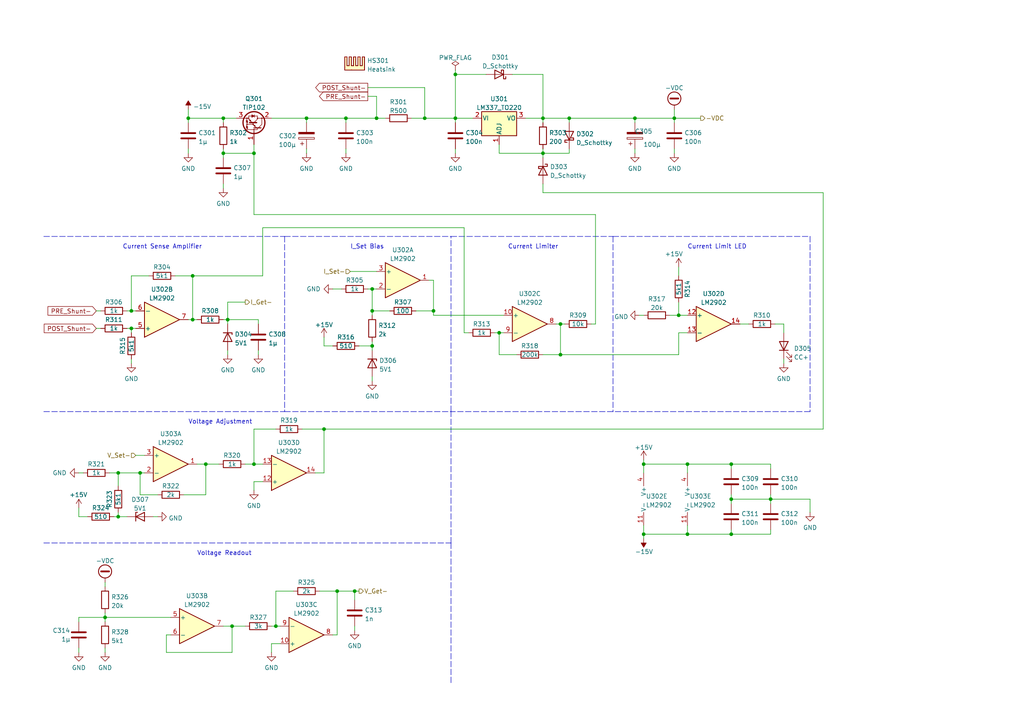
<source format=kicad_sch>
(kicad_sch (version 20211123) (generator eeschema)
  (paper "A4")
  (title_block (title "Negative Voltage Regulation") (date "2022-11-27") (rev "Rev V1.0") (company "Synthron"))
  (lib_symbols
    (symbol "Amplifier_Operational:LM2902" (pin_names (offset 0.127))
      (property "Reference" "U" (at 0 5.08 0))
      (property "Value" "LM2902" (at 0 -5.08 0))
      (symbol "LM2902_1_1"
        (polyline (pts (xy -5.08 5.08) (xy 5.08 0) (xy -5.08 -5.08) (xy -5.08 5.08)) (stroke (width 0.254)) (fill (type background)))
        (pin output line (at 7.62 0 180) (length 2.54) (name "~") (number "1"))
        (pin input line (at -7.62 -2.54 0) (length 2.54) (name "-") (number "2"))
        (pin input line (at -7.62 2.54 0) (length 2.54) (name "+") (number "3"))
      )
      (symbol "LM2902_2_1"
        (polyline (pts (xy -5.08 5.08) (xy 5.08 0) (xy -5.08 -5.08) (xy -5.08 5.08)) (stroke (width 0.254)) (fill (type background)))
        (pin input line (at -7.62 2.54 0) (length 2.54) (name "+") (number "5"))
        (pin input line (at -7.62 -2.54 0) (length 2.54) (name "-") (number "6"))
        (pin output line (at 7.62 0 180) (length 2.54) (name "~") (number "7"))
      )
      (symbol "LM2902_3_1"
        (polyline (pts (xy -5.08 5.08) (xy 5.08 0) (xy -5.08 -5.08) (xy -5.08 5.08)) (stroke (width 0.254)) (fill (type background)))
        (pin input line (at -7.62 2.54 0) (length 2.54) (name "+") (number "10"))
        (pin output line (at 7.62 0 180) (length 2.54) (name "~") (number "8"))
        (pin input line (at -7.62 -2.54 0) (length 2.54) (name "-") (number "9"))
      )
      (symbol "LM2902_4_1"
        (polyline (pts (xy -5.08 5.08) (xy 5.08 0) (xy -5.08 -5.08) (xy -5.08 5.08)) (stroke (width 0.254)) (fill (type background)))
        (pin input line (at -7.62 2.54 0) (length 2.54) (name "+") (number "12"))
        (pin input line (at -7.62 -2.54 0) (length 2.54) (name "-") (number "13"))
        (pin output line (at 7.62 0 180) (length 2.54) (name "~") (number "14"))
      )
      (symbol "LM2902_5_1"
        (pin power_in line (at -2.54 -7.62 90) (length 3.81) (name "V-") (number "11"))
        (pin power_in line (at -2.54 7.62 270) (length 3.81) (name "V+") (number "4"))
      )
    )
    (symbol "Device:C" (pin_numbers hide) (pin_names (offset 0.254))
      (property "Reference" "C" (at 0.635 2.54 0))
      (property "Value" "C" (at 0.635 -2.54 0))
      (symbol "C_0_1"
        (polyline (pts (xy -2.032 -0.762) (xy 2.032 -0.762)) (stroke (width 0.508)))
        (polyline (pts (xy -2.032 0.762) (xy 2.032 0.762)) (stroke (width 0.508)))
      )
      (symbol "C_1_1"
        (pin passive line (at 0 3.81 270) (length 2.794) (name "~") (number "1"))
        (pin passive line (at 0 -3.81 90) (length 2.794) (name "~") (number "2"))
      )
    )
    (symbol "Device:C_Polarized" (pin_numbers hide) (pin_names (offset 0.254))
      (property "Reference" "C" (at 0.635 2.54 0))
      (property "Value" "C_Polarized" (at 0.635 -2.54 0))
      (symbol "C_Polarized_0_1"
        (rectangle (start -2.286 0.508) (end 2.286 1.016))
        (polyline (pts (xy -1.778 2.286) (xy -0.762 2.286)))
        (polyline (pts (xy -1.27 2.794) (xy -1.27 1.778)))
        (rectangle (start 2.286 -0.508) (end -2.286 -1.016) (fill (type outline)))
      )
      (symbol "C_Polarized_1_1"
        (pin passive line (at 0 3.81 270) (length 2.794) (name "~") (number "1"))
        (pin passive line (at 0 -3.81 90) (length 2.794) (name "~") (number "2"))
      )
    )
    (symbol "Device:D_Schottky" (pin_numbers hide) (pin_names (offset 1.016) hide)
      (property "Reference" "D" (at 0 2.54 0))
      (property "Value" "D_Schottky" (at 0 -2.54 0))
      (symbol "D_Schottky_0_1"
        (polyline (pts (xy 1.27 0) (xy -1.27 0)))
        (polyline (pts (xy 1.27 1.27) (xy 1.27 -1.27) (xy -1.27 0) (xy 1.27 1.27)) (stroke (width 0.254)))
        (polyline (pts (xy -1.905 0.635) (xy -1.905 1.27) (xy -1.27 1.27) (xy -1.27 -1.27) (xy -0.635 -1.27) (xy -0.635 -0.635)) (stroke (width 0.254)))
      )
      (symbol "D_Schottky_1_1"
        (pin passive line (at -3.81 0 0) (length 2.54) (name "K") (number "1"))
        (pin passive line (at 3.81 0 180) (length 2.54) (name "A") (number "2"))
      )
    )
    (symbol "Device:D_Zener" (pin_numbers hide) (pin_names (offset 1.016) hide)
      (property "Reference" "D" (at 0 2.54 0))
      (property "Value" "D_Zener" (at 0 -2.54 0))
      (symbol "D_Zener_0_1"
        (polyline (pts (xy 1.27 0) (xy -1.27 0)))
        (polyline (pts (xy -1.27 -1.27) (xy -1.27 1.27) (xy -0.762 1.27)) (stroke (width 0.254)))
        (polyline (pts (xy 1.27 -1.27) (xy 1.27 1.27) (xy -1.27 0) (xy 1.27 -1.27)) (stroke (width 0.254)))
      )
      (symbol "D_Zener_1_1"
        (pin passive line (at -3.81 0 0) (length 2.54) (name "K") (number "1"))
        (pin passive line (at 3.81 0 180) (length 2.54) (name "A") (number "2"))
      )
    )
    (symbol "Device:LED" (pin_numbers hide) (pin_names (offset 1.016) hide)
      (property "Reference" "D" (at 0 2.54 0))
      (property "Value" "LED" (at 0 -2.54 0))
      (symbol "LED_0_1"
        (polyline (pts (xy -1.27 -1.27) (xy -1.27 1.27)) (stroke (width 0.254)))
        (polyline (pts (xy -1.27 0) (xy 1.27 0)))
        (polyline (pts (xy 1.27 -1.27) (xy 1.27 1.27) (xy -1.27 0) (xy 1.27 -1.27)) (stroke (width 0.254)))
        (polyline (pts (xy -3.048 -0.762) (xy -4.572 -2.286) (xy -3.81 -2.286) (xy -4.572 -2.286) (xy -4.572 -1.524)))
        (polyline (pts (xy -1.778 -0.762) (xy -3.302 -2.286) (xy -2.54 -2.286) (xy -3.302 -2.286) (xy -3.302 -1.524)))
      )
      (symbol "LED_1_1"
        (pin passive line (at -3.81 0 0) (length 2.54) (name "K") (number "1"))
        (pin passive line (at 3.81 0 180) (length 2.54) (name "A") (number "2"))
      )
    )
    (symbol "Device:R" (pin_numbers hide) (pin_names (offset 0))
      (property "Reference" "R" (at 2.032 0 90))
      (property "Value" "R" (at 0 0 90))
      (symbol "R_0_1"
        (rectangle (start -1.016 -2.54) (end 1.016 2.54) (stroke (width 0.254)))
      )
      (symbol "R_1_1"
        (pin passive line (at 0 3.81 270) (length 1.27) (name "~") (number "1"))
        (pin passive line (at 0 -3.81 90) (length 1.27) (name "~") (number "2"))
      )
    )
    (symbol "Mechanical:Heatsink" (pin_names (offset 1.016))
      (property "Reference" "HS" (at 0 5.08 0))
      (property "Value" "Heatsink" (at 0 -1.27 0))
      (symbol "Heatsink_0_1"
        (polyline (pts (xy -0.3302 1.27) (xy -0.9652 1.27) (xy -0.9652 3.81) (xy -1.6002 3.81) (xy -1.6002 1.27) (xy -2.2352 1.27) (xy -2.2352 3.81) (xy -2.8702 3.81) (xy -2.8702 0) (xy -0.9652 0)) (stroke (width 0.254)) (fill (type background)))
        (polyline (pts (xy -0.3302 1.27) (xy -0.3302 3.81) (xy 0.3048 3.81) (xy 0.3048 1.27) (xy 0.9398 1.27) (xy 0.9398 3.81) (xy 1.5748 3.81) (xy 1.5748 1.27) (xy 2.2098 1.27) (xy 2.2098 3.81) (xy 2.8448 3.81) (xy 2.8448 0) (xy -0.9652 0)) (stroke (width 0.254)) (fill (type background)))
      )
    )
    (symbol "Regulator_Linear:LM337_TO220" (pin_names (offset 0.254))
      (property "Reference" "U" (at -3.81 -3.175 0))
      (property "Value" "LM337_TO220" (at 0 -3.175 0))
      (symbol "LM337_TO220_0_1"
        (rectangle (start -5.08 5.08) (end 5.08 -1.905) (stroke (width 0.254)) (fill (type background)))
      )
      (symbol "LM337_TO220_1_1"
        (pin input line (at 0 7.62 270) (length 2.54) (name "ADJ") (number "1"))
        (pin power_in line (at -7.62 0 0) (length 2.54) (name "VI") (number "2"))
        (pin power_out line (at 7.62 0 180) (length 2.54) (name "VO") (number "3"))
      )
    )
    (symbol "Transistor_BJT:TIP122" (pin_names (offset 0) hide)
      (property "Reference" "Q" (at 5.08 1.905 0))
      (property "Value" "TIP122" (at 5.08 0 0))
      (symbol "TIP122_0_1"
        (circle (center -0.762 0) (radius 0.127))
        (polyline (pts (xy -1.27 0) (xy -0.889 0)))
        (polyline (pts (xy 2.54 -2.032) (xy 2.54 -2.54)))
        (polyline (pts (xy 2.54 -1.524) (xy 3.175 -1.524)))
        (polyline (pts (xy 2.794 0.127) (xy 3.556 0.127)))
        (polyline (pts (xy 3.175 -0.635) (xy 3.175 -1.524)))
        (polyline (pts (xy 3.175 1.016) (xy 2.54 1.016)))
        (polyline (pts (xy 3.175 1.016) (xy 3.175 0.127)))
        (polyline (pts (xy -0.254 0.762) (xy 0.762 -0.254) (xy 1.27 -0.254)))
        (polyline (pts (xy -0.254 1.016) (xy -0.762 1.016) (xy -0.762 -2.032)))
        (polyline (pts (xy -0.254 1.27) (xy 0.762 2.286) (xy 2.54 2.286)))
        (polyline (pts (xy -0.254 2.032) (xy -0.254 0) (xy -0.254 0)) (stroke (width 0.3048)))
        (polyline (pts (xy 1.27 0.762) (xy 1.27 -1.27) (xy 1.27 -1.27)) (stroke (width 0.381)))
        (polyline (pts (xy 0.635 -0.127) (xy 0.381 0.381) (xy 0.127 0.127) (xy 0.635 -0.127)))
        (polyline (pts (xy 1.27 -0.508) (xy 2.286 -1.524) (xy 2.54 -1.524) (xy 2.54 -2.032)))
        (polyline (pts (xy 1.27 0) (xy 2.286 1.016) (xy 2.54 1.016) (xy 2.54 2.286)))
        (polyline (pts (xy 2.159 -1.397) (xy 1.905 -0.889) (xy 1.651 -1.143) (xy 2.159 -1.397)))
        (polyline (pts (xy 3.175 0.127) (xy 2.794 -0.635) (xy 3.556 -0.635) (xy 3.175 0.127)) (fill (type outline)))
        (polyline (pts (xy 0.762 -2.032) (xy 0.381 -2.032) (xy 0.254 -2.286) (xy 0.127 -1.778) (xy 0 -2.286) (xy -0.127 -1.778) (xy -0.254 -2.286) (xy -0.381 -1.778) (xy -0.508 -2.032) (xy -0.762 -2.032)))
        (polyline (pts (xy 0.762 -0.254) (xy 0.762 -2.032) (xy 1.143 -2.032) (xy 1.27 -1.778) (xy 1.397 -2.286) (xy 1.524 -1.778) (xy 1.651 -2.286) (xy 1.778 -1.778) (xy 1.905 -2.286) (xy 2.032 -2.032) (xy 2.54 -2.032)))
        (circle (center 0.762 -2.032) (radius 0.127))
        (circle (center 0.762 -0.254) (radius 0.127))
        (circle (center 1.27 0) (radius 3.175) (stroke (width 0.3556)))
        (circle (center 2.54 -2.032) (radius 0.127))
        (circle (center 2.54 -1.524) (radius 0.127))
        (circle (center 2.54 1.016) (radius 0.127))
        (circle (center 2.54 2.286) (radius 0.127))
      )
      (symbol "TIP122_1_1"
        (pin input line (at -5.08 0 0) (length 3.81) (name "B") (number "1"))
        (pin passive line (at 2.54 5.08 270) (length 2.667) (name "C") (number "2"))
        (pin passive line (at 2.54 -5.08 90) (length 2.54) (name "E") (number "3"))
      )
    )
    (symbol "power:+15V" (power) (pin_names (offset 0))
      (property "Value" "+15V" (at 0 3.556 0))
      (symbol "+15V_0_1"
        (polyline (pts (xy -0.762 1.27) (xy 0 2.54)))
        (polyline (pts (xy 0 0) (xy 0 2.54)))
        (polyline (pts (xy 0 2.54) (xy 0.762 1.27)))
      )
      (symbol "+15V_1_1"
        (pin power_in line (at 0 0 90) (length 0) hide (name "+15V") (number "1"))
      )
    )
    (symbol "power:-15V" (power) (pin_names (offset 0))
      (property "Value" "-15V" (at 0 3.81 0))
      (symbol "-15V_0_0"
        (pin power_in line (at 0 0 90) (length 0) hide (name "-15V") (number "1"))
      )
      (symbol "-15V_0_1"
        (polyline (pts (xy 0 0) (xy 0 1.27) (xy 0.762 1.27) (xy 0 2.54) (xy -0.762 1.27) (xy 0 1.27)) (fill (type outline)))
      )
    )
    (symbol "power:-VDC" (power) (pin_names (offset 0))
      (property "Value" "-VDC" (at 0 6.35 0))
      (symbol "-VDC_0_1"
        (polyline (pts (xy -1.143 3.175) (xy 1.143 3.175)) (stroke (width 0.508)))
        (polyline (pts (xy 0 0) (xy 0 1.27)))
        (circle (center 0 3.175) (radius 1.905) (stroke (width 0.254)))
      )
      (symbol "-VDC_1_1"
        (pin power_in line (at 0 0 90) (length 0) hide (name "-VDC") (number "1"))
      )
    )
    (symbol "power:GND" (power) (pin_names (offset 0))
      (property "Value" "GND" (at 0 -3.81 0))
      (symbol "GND_0_1"
        (polyline (pts (xy 0 0) (xy 0 -1.27) (xy 1.27 -1.27) (xy 0 -2.54) (xy -1.27 -1.27) (xy 0 -1.27)))
      )
      (symbol "GND_1_1"
        (pin power_in line (at 0 0 270) (length 0) hide (name "GND") (number "1"))
      )
    )
    (symbol "power:PWR_FLAG" (power) (pin_numbers hide) (pin_names (offset 0) hide)
      (property "Value" "PWR_FLAG" (at 0 3.81 0))
      (symbol "PWR_FLAG_0_0"
        (pin power_out line (at 0 0 90) (length 0) (name "pwr") (number "1"))
      )
      (symbol "PWR_FLAG_0_1"
        (polyline (pts (xy 0 0) (xy 0 1.27) (xy -1.016 1.905) (xy 0 2.54) (xy 1.016 1.905) (xy 0 1.27)))
      )
    )
  )
  (junction (at 212.09 134.62))
  (junction (at 109.22 34.29))
  (junction (at 186.69 134.62))
  (junction (at 132.08 34.29))
  (junction (at 107.95 90.17))
  (junction (at 157.48 34.29))
  (junction (at 64.77 34.29))
  (junction (at 186.69 154.94))
  (junction (at 59.69 134.62))
  (junction (at 184.15 34.29))
  (junction (at 199.39 134.62))
  (junction (at 162.56 93.98))
  (junction (at 93.98 124.46))
  (junction (at 55.88 92.71))
  (junction (at 157.48 44.45))
  (junction (at 73.66 44.45))
  (junction (at 88.9 34.29))
  (junction (at 73.66 134.62))
  (junction (at 67.31 181.61))
  (junction (at 223.52 144.78))
  (junction (at 38.1 95.25))
  (junction (at 97.79 171.45))
  (junction (at 165.1 34.29))
  (junction (at 40.64 137.16))
  (junction (at 54.61 34.29))
  (junction (at 212.09 154.94))
  (junction (at 107.95 83.82))
  (junction (at 144.78 96.52))
  (junction (at 102.87 171.45))
  (junction (at 162.56 102.87))
  (junction (at 199.39 154.94))
  (junction (at 30.48 179.07))
  (junction (at 80.01 181.61))
  (junction (at 100.33 34.29))
  (junction (at 125.73 90.17))
  (junction (at 132.08 21.59))
  (junction (at 196.85 91.44))
  (junction (at 34.29 137.16))
  (junction (at 107.95 100.33))
  (junction (at 64.77 44.45))
  (junction (at 34.29 149.86))
  (junction (at 38.1 90.17))
  (junction (at 195.58 34.29))
  (junction (at 212.09 144.78))
  (junction (at 66.04 92.71))
  (junction (at 55.88 80.01))
  (junction (at 123.19 34.29))
  (wire (pts (xy 223.52 153.67) (xy 223.52 154.94)))
  (wire (pts (xy 223.52 143.51) (xy 223.52 144.78)))
  (wire (pts (xy 80.01 181.61) (xy 80.01 171.45)))
  (wire (pts (xy 125.73 91.44) (xy 146.05 91.44)))
  (wire (pts (xy 93.98 137.16) (xy 91.44 137.16)))
  (wire (pts (xy 157.48 43.18) (xy 157.48 44.45)))
  (wire (pts (xy 223.52 144.78) (xy 223.52 146.05)))
  (wire (pts (xy 162.56 102.87) (xy 196.85 102.87)))
  (wire (pts (xy 234.95 144.78) (xy 234.95 148.59)))
  (wire (pts (xy 100.33 35.56) (xy 100.33 34.29)))
  (wire (pts (xy 31.75 137.16) (xy 34.29 137.16)))
  (wire (pts (xy 148.59 21.59) (xy 157.48 21.59)))
  (polyline (pts (xy 82.55 119.38) (xy 130.81 119.38)))
  (wire (pts (xy 54.61 43.18) (xy 54.61 44.45)))
  (wire (pts (xy 34.29 137.16) (xy 40.64 137.16)))
  (wire (pts (xy 196.85 91.44) (xy 199.39 91.44)))
  (wire (pts (xy 195.58 31.75) (xy 195.58 34.29)))
  (wire (pts (xy 59.69 134.62) (xy 57.15 134.62)))
  (wire (pts (xy 124.46 81.28) (xy 125.73 81.28)))
  (wire (pts (xy 88.9 35.56) (xy 88.9 34.29)))
  (wire (pts (xy 223.52 135.89) (xy 223.52 134.62)))
  (wire (pts (xy 134.62 66.04) (xy 134.62 96.52)))
  (wire (pts (xy 54.61 34.29) (xy 54.61 35.56)))
  (wire (pts (xy 152.4 34.29) (xy 157.48 34.29)))
  (polyline (pts (xy 12.7 119.38) (xy 82.55 119.38)))
  (wire (pts (xy 45.72 143.51) (xy 40.64 143.51)))
  (wire (pts (xy 212.09 153.67) (xy 212.09 154.94)))
  (wire (pts (xy 22.86 179.07) (xy 30.48 179.07)))
  (wire (pts (xy 30.48 177.8) (xy 30.48 179.07)))
  (wire (pts (xy 123.19 25.4) (xy 123.19 34.29)))
  (wire (pts (xy 27.94 90.17) (xy 29.21 90.17)))
  (wire (pts (xy 165.1 34.29) (xy 184.15 34.29)))
  (wire (pts (xy 93.98 124.46) (xy 93.98 137.16)))
  (wire (pts (xy 100.33 34.29) (xy 109.22 34.29)))
  (wire (pts (xy 162.56 93.98) (xy 163.83 93.98)))
  (wire (pts (xy 223.52 134.62) (xy 212.09 134.62)))
  (wire (pts (xy 107.95 99.06) (xy 107.95 100.33)))
  (wire (pts (xy 64.77 44.45) (xy 73.66 44.45)))
  (wire (pts (xy 106.68 27.94) (xy 109.22 27.94)))
  (wire (pts (xy 64.77 53.34) (xy 64.77 54.61)))
  (wire (pts (xy 102.87 181.61) (xy 102.87 182.88)))
  (wire (pts (xy 186.69 154.94) (xy 186.69 156.21)))
  (polyline (pts (xy 12.7 157.48) (xy 130.81 157.48)))
  (wire (pts (xy 199.39 134.62) (xy 186.69 134.62)))
  (polyline (pts (xy 130.81 68.58) (xy 177.8 68.58)))
  (wire (pts (xy 66.04 87.63) (xy 66.04 92.71)))
  (wire (pts (xy 186.69 152.4) (xy 186.69 154.94)))
  (wire (pts (xy 227.33 93.98) (xy 227.33 96.52)))
  (wire (pts (xy 43.18 80.01) (xy 38.1 80.01)))
  (polyline (pts (xy 177.8 68.58) (xy 234.95 68.58)))
  (wire (pts (xy 184.15 43.18) (xy 184.15 44.45)))
  (wire (pts (xy 109.22 27.94) (xy 109.22 34.29)))
  (wire (pts (xy 73.66 44.45) (xy 73.66 41.91)))
  (wire (pts (xy 212.09 154.94) (xy 199.39 154.94)))
  (wire (pts (xy 76.2 139.7) (xy 73.66 139.7)))
  (wire (pts (xy 106.68 25.4) (xy 123.19 25.4)))
  (wire (pts (xy 48.26 189.23) (xy 67.31 189.23)))
  (wire (pts (xy 80.01 181.61) (xy 81.28 181.61)))
  (wire (pts (xy 157.48 55.88) (xy 238.76 55.88)))
  (wire (pts (xy 162.56 102.87) (xy 162.56 93.98)))
  (wire (pts (xy 171.45 93.98) (xy 172.72 93.98)))
  (wire (pts (xy 54.61 34.29) (xy 64.77 34.29)))
  (wire (pts (xy 39.37 132.08) (xy 41.91 132.08)))
  (wire (pts (xy 185.42 91.44) (xy 186.69 91.44)))
  (wire (pts (xy 212.09 143.51) (xy 212.09 144.78)))
  (wire (pts (xy 22.86 180.34) (xy 22.86 179.07)))
  (wire (pts (xy 143.51 96.52) (xy 144.78 96.52)))
  (polyline (pts (xy 12.7 68.58) (xy 82.55 68.58)))
  (wire (pts (xy 67.31 181.61) (xy 64.77 181.61)))
  (polyline (pts (xy 177.8 68.58) (xy 177.8 119.38)))
  (wire (pts (xy 144.78 102.87) (xy 144.78 96.52)))
  (wire (pts (xy 64.77 92.71) (xy 66.04 92.71)))
  (polyline (pts (xy 234.95 119.38) (xy 177.8 119.38)))
  (wire (pts (xy 165.1 34.29) (xy 165.1 35.56)))
  (wire (pts (xy 87.63 124.46) (xy 93.98 124.46)))
  (wire (pts (xy 106.68 83.82) (xy 107.95 83.82)))
  (wire (pts (xy 157.48 34.29) (xy 157.48 35.56)))
  (wire (pts (xy 40.64 143.51) (xy 40.64 137.16)))
  (wire (pts (xy 196.85 96.52) (xy 199.39 96.52)))
  (wire (pts (xy 107.95 109.22) (xy 107.95 110.49)))
  (polyline (pts (xy 82.55 68.58) (xy 82.55 119.38)))
  (wire (pts (xy 214.63 93.98) (xy 217.17 93.98)))
  (wire (pts (xy 157.48 44.45) (xy 144.78 44.45)))
  (wire (pts (xy 64.77 43.18) (xy 64.77 44.45)))
  (wire (pts (xy 199.39 154.94) (xy 186.69 154.94)))
  (wire (pts (xy 33.02 149.86) (xy 34.29 149.86)))
  (wire (pts (xy 223.52 144.78) (xy 234.95 144.78)))
  (wire (pts (xy 34.29 148.59) (xy 34.29 149.86)))
  (wire (pts (xy 54.61 92.71) (xy 55.88 92.71)))
  (wire (pts (xy 195.58 43.18) (xy 195.58 44.45)))
  (wire (pts (xy 196.85 77.47) (xy 196.85 80.01)))
  (wire (pts (xy 36.83 95.25) (xy 38.1 95.25)))
  (wire (pts (xy 102.87 171.45) (xy 102.87 173.99)))
  (wire (pts (xy 34.29 149.86) (xy 36.83 149.86)))
  (wire (pts (xy 55.88 80.01) (xy 50.8 80.01)))
  (wire (pts (xy 73.66 62.23) (xy 73.66 44.45)))
  (wire (pts (xy 93.98 124.46) (xy 238.76 124.46)))
  (wire (pts (xy 184.15 34.29) (xy 184.15 35.56)))
  (wire (pts (xy 40.64 137.16) (xy 41.91 137.16)))
  (wire (pts (xy 96.52 83.82) (xy 99.06 83.82)))
  (wire (pts (xy 81.28 186.69) (xy 78.74 186.69)))
  (wire (pts (xy 78.74 186.69) (xy 78.74 189.23)))
  (wire (pts (xy 199.39 137.16) (xy 199.39 134.62)))
  (wire (pts (xy 27.94 95.25) (xy 29.21 95.25)))
  (wire (pts (xy 165.1 44.45) (xy 157.48 44.45)))
  (wire (pts (xy 107.95 83.82) (xy 109.22 83.82)))
  (wire (pts (xy 125.73 81.28) (xy 125.73 90.17)))
  (polyline (pts (xy 234.95 68.58) (xy 234.95 119.38)))
  (wire (pts (xy 74.93 92.71) (xy 74.93 93.98)))
  (wire (pts (xy 59.69 134.62) (xy 63.5 134.62)))
  (wire (pts (xy 38.1 80.01) (xy 38.1 90.17)))
  (wire (pts (xy 67.31 181.61) (xy 71.12 181.61)))
  (wire (pts (xy 132.08 21.59) (xy 132.08 34.29)))
  (wire (pts (xy 212.09 144.78) (xy 212.09 146.05)))
  (wire (pts (xy 48.26 184.15) (xy 48.26 189.23)))
  (wire (pts (xy 38.1 90.17) (xy 39.37 90.17)))
  (wire (pts (xy 88.9 43.18) (xy 88.9 44.45)))
  (wire (pts (xy 36.83 90.17) (xy 38.1 90.17)))
  (wire (pts (xy 30.48 179.07) (xy 49.53 179.07)))
  (wire (pts (xy 66.04 92.71) (xy 74.93 92.71)))
  (wire (pts (xy 54.61 31.75) (xy 54.61 34.29)))
  (wire (pts (xy 66.04 101.6) (xy 66.04 102.87)))
  (wire (pts (xy 149.86 102.87) (xy 144.78 102.87)))
  (wire (pts (xy 30.48 168.91) (xy 30.48 170.18)))
  (wire (pts (xy 55.88 80.01) (xy 76.2 80.01)))
  (wire (pts (xy 97.79 171.45) (xy 92.71 171.45)))
  (wire (pts (xy 157.48 21.59) (xy 157.48 34.29)))
  (wire (pts (xy 64.77 34.29) (xy 68.58 34.29)))
  (wire (pts (xy 125.73 90.17) (xy 125.73 91.44)))
  (wire (pts (xy 38.1 104.14) (xy 38.1 105.41)))
  (wire (pts (xy 186.69 133.35) (xy 186.69 134.62)))
  (wire (pts (xy 186.69 134.62) (xy 186.69 137.16)))
  (wire (pts (xy 238.76 124.46) (xy 238.76 55.88)))
  (wire (pts (xy 76.2 80.01) (xy 76.2 66.04)))
  (wire (pts (xy 119.38 34.29) (xy 123.19 34.29)))
  (wire (pts (xy 162.56 93.98) (xy 161.29 93.98)))
  (wire (pts (xy 134.62 96.52) (xy 135.89 96.52)))
  (wire (pts (xy 80.01 124.46) (xy 73.66 124.46)))
  (wire (pts (xy 132.08 34.29) (xy 132.08 35.56)))
  (wire (pts (xy 73.66 134.62) (xy 76.2 134.62)))
  (wire (pts (xy 212.09 134.62) (xy 199.39 134.62)))
  (wire (pts (xy 30.48 187.96) (xy 30.48 189.23)))
  (wire (pts (xy 172.72 93.98) (xy 172.72 62.23)))
  (wire (pts (xy 73.66 124.46) (xy 73.66 134.62)))
  (wire (pts (xy 212.09 135.89) (xy 212.09 134.62)))
  (wire (pts (xy 97.79 184.15) (xy 97.79 171.45)))
  (wire (pts (xy 165.1 43.18) (xy 165.1 44.45)))
  (wire (pts (xy 22.86 137.16) (xy 24.13 137.16)))
  (wire (pts (xy 194.31 91.44) (xy 196.85 91.44)))
  (wire (pts (xy 157.48 44.45) (xy 157.48 45.72)))
  (wire (pts (xy 113.03 90.17) (xy 107.95 90.17)))
  (wire (pts (xy 38.1 95.25) (xy 39.37 95.25)))
  (wire (pts (xy 38.1 95.25) (xy 38.1 96.52)))
  (wire (pts (xy 22.86 187.96) (xy 22.86 189.23)))
  (wire (pts (xy 157.48 34.29) (xy 165.1 34.29)))
  (wire (pts (xy 73.66 139.7) (xy 73.66 142.24)))
  (wire (pts (xy 196.85 102.87) (xy 196.85 96.52)))
  (wire (pts (xy 74.93 101.6) (xy 74.93 102.87)))
  (wire (pts (xy 71.12 134.62) (xy 73.66 134.62)))
  (wire (pts (xy 107.95 100.33) (xy 107.95 101.6)))
  (wire (pts (xy 125.73 90.17) (xy 120.65 90.17)))
  (wire (pts (xy 53.34 143.51) (xy 59.69 143.51)))
  (wire (pts (xy 195.58 34.29) (xy 203.2 34.29)))
  (wire (pts (xy 88.9 34.29) (xy 78.74 34.29)))
  (wire (pts (xy 196.85 87.63) (xy 196.85 91.44)))
  (wire (pts (xy 132.08 34.29) (xy 137.16 34.29)))
  (wire (pts (xy 93.98 97.79) (xy 93.98 100.33)))
  (wire (pts (xy 157.48 102.87) (xy 162.56 102.87)))
  (wire (pts (xy 107.95 90.17) (xy 107.95 83.82)))
  (wire (pts (xy 55.88 92.71) (xy 55.88 80.01)))
  (wire (pts (xy 227.33 104.14) (xy 227.33 105.41)))
  (wire (pts (xy 96.52 184.15) (xy 97.79 184.15)))
  (wire (pts (xy 97.79 171.45) (xy 102.87 171.45)))
  (wire (pts (xy 132.08 20.32) (xy 132.08 21.59)))
  (wire (pts (xy 123.19 34.29) (xy 132.08 34.29)))
  (wire (pts (xy 107.95 90.17) (xy 107.95 91.44)))
  (polyline (pts (xy 130.81 157.48) (xy 130.81 119.38)))
  (wire (pts (xy 22.86 149.86) (xy 25.4 149.86)))
  (wire (pts (xy 66.04 92.71) (xy 66.04 93.98)))
  (wire (pts (xy 101.6 78.74) (xy 109.22 78.74)))
  (wire (pts (xy 144.78 96.52) (xy 146.05 96.52)))
  (wire (pts (xy 78.74 181.61) (xy 80.01 181.61)))
  (wire (pts (xy 212.09 144.78) (xy 223.52 144.78)))
  (wire (pts (xy 102.87 171.45) (xy 104.14 171.45)))
  (wire (pts (xy 100.33 34.29) (xy 88.9 34.29)))
  (wire (pts (xy 64.77 34.29) (xy 64.77 35.56)))
  (wire (pts (xy 144.78 44.45) (xy 144.78 41.91)))
  (wire (pts (xy 104.14 100.33) (xy 107.95 100.33)))
  (wire (pts (xy 172.72 62.23) (xy 73.66 62.23)))
  (polyline (pts (xy 82.55 68.58) (xy 130.81 68.58)))
  (wire (pts (xy 157.48 55.88) (xy 157.48 53.34)))
  (wire (pts (xy 59.69 143.51) (xy 59.69 134.62)))
  (wire (pts (xy 71.12 87.63) (xy 66.04 87.63)))
  (wire (pts (xy 109.22 34.29) (xy 111.76 34.29)))
  (wire (pts (xy 195.58 34.29) (xy 195.58 35.56)))
  (wire (pts (xy 64.77 44.45) (xy 64.77 45.72)))
  (wire (pts (xy 132.08 44.45) (xy 132.08 43.18)))
  (wire (pts (xy 49.53 184.15) (xy 48.26 184.15)))
  (polyline (pts (xy 130.81 157.48) (xy 130.81 198.12)))
  (wire (pts (xy 184.15 34.29) (xy 195.58 34.29)))
  (wire (pts (xy 224.79 93.98) (xy 227.33 93.98)))
  (wire (pts (xy 140.97 21.59) (xy 132.08 21.59)))
  (wire (pts (xy 34.29 140.97) (xy 34.29 137.16)))
  (wire (pts (xy 44.45 149.86) (xy 45.72 149.86)))
  (wire (pts (xy 93.98 100.33) (xy 96.52 100.33)))
  (polyline (pts (xy 130.81 119.38) (xy 130.81 68.58)))
  (wire (pts (xy 100.33 43.18) (xy 100.33 44.45)))
  (wire (pts (xy 80.01 171.45) (xy 85.09 171.45)))
  (polyline (pts (xy 177.8 119.38) (xy 130.81 119.38)))
  (wire (pts (xy 223.52 154.94) (xy 212.09 154.94)))
  (wire (pts (xy 55.88 92.71) (xy 57.15 92.71)))
  (wire (pts (xy 76.2 66.04) (xy 134.62 66.04)))
  (wire (pts (xy 199.39 152.4) (xy 199.39 154.94)))
  (wire (pts (xy 67.31 189.23) (xy 67.31 181.61)))
  (wire (pts (xy 30.48 179.07) (xy 30.48 180.34)))
  (wire (pts (xy 22.86 147.32) (xy 22.86 149.86)))
  (text "Current Sense Amplifier" (at 35.56 72.39 0) (effects (font (size 1.27 1.27)) (justify left bottom)))
  (text "I_Set Bias" (at 101.6 72.39 0) (effects (font (size 1.27 1.27)) (justify left bottom)))
  (text "Voltage Adjustment" (at 54.61 123.19 0) (effects (font (size 1.27 1.27)) (justify left bottom)))
  (text "Current Limit LED" (at 199.39 72.39 0) (effects (font (size 1.27 1.27)) (justify left bottom)))
  (text "Voltage Readout" (at 57.15 161.29 0) (effects (font (size 1.27 1.27)) (justify left bottom)))
  (text "Current Limiter" (at 147.32 72.39 0) (effects (font (size 1.27 1.27)) (justify left bottom)))
  (global_label "POST_Shunt-" (shape input) (at 27.94 95.25 180) (property "Intersheet References" "${INTERSHEET_REFS}" (effects hide)))
  (global_label "PRE_Shunt-" (shape input) (at 27.94 90.17 180) (property "Intersheet References" "${INTERSHEET_REFS}" (effects hide)))
  (global_label "PRE_Shunt-" (shape output) (at 106.68 27.94 180) (property "Intersheet References" "${INTERSHEET_REFS}" (effects hide)))
  (global_label "POST_Shunt-" (shape output) (at 106.68 25.4 180) (property "Intersheet References" "${INTERSHEET_REFS}" (effects hide)))
  (hierarchical_label "V_Set-" (shape input) (at 39.37 132.08 180))
  (hierarchical_label "I_Set-" (shape input) (at 101.6 78.74 180))
  (hierarchical_label "-VDC" (shape output) (at 203.2 34.29 0))
  (hierarchical_label "I_Get-" (shape output) (at 71.12 87.63 0))
  (hierarchical_label "V_Get-" (shape output) (at 104.14 171.45 0))
  (symbol (lib_id "power:GND") (at 30.48 189.23 0) (unit 1)
    (property "Reference" "#PWR0329" (effects hide))
    (property "Value" "GND" (at 30.48 193.6734 0))
  )
  (symbol (lib_id "power:GND") (at 234.95 148.59 0) (unit 1)
    (property "Reference" "#PWR0323" (effects hide))
    (property "Value" "GND" (at 234.95 153.0334 0))
  )
  (symbol (lib_id "Device:R") (at 33.02 90.17 90) (unit 1)
    (property "Reference" "R306" (at 33.02 87.63 90))
    (property "Value" "1k" (at 33.02 90.17 90))
    (property "Footprint" "Resistor_SMD:R_0805_2012Metric" (effects hide))
  )
  (symbol (lib_id "Device:R") (at 64.77 39.37 0) (unit 1)
    (property "Reference" "R302" (at 66.548 38.5353 0) (effects (justify left)))
    (property "Value" "1k" (at 66.548 41.0722 0) (effects (justify left)))
    (property "Footprint" "Resistor_SMD:R_0805_2012Metric" (effects hide))
  )
  (symbol (lib_id "power:+15V") (at 186.69 133.35 0) (unit 1)
    (property "Reference" "#PWR0319" (effects hide))
    (property "Value" "+15V" (at 186.69 129.7742 0))
  )
  (symbol (lib_id "Amplifier_Operational:LM2902") (at 83.82 137.16 0) (mirror x) (unit 4)
    (property "Reference" "U303" (at 83.82 128.3802 0))
    (property "Value" "LM2902" (at 83.82 130.9171 0))
    (property "Footprint" "Package_SO:TSSOP-14_4.4x5mm_P0.65mm" (effects hide))
    (property "Datasheet" "http://www.ti.com/lit/ds/symlink/lm2902-n.pdf" (effects hide))
  )
  (symbol (lib_id "power:GND") (at 74.93 102.87 0) (unit 1)
    (property "Reference" "#PWR0314" (effects hide))
    (property "Value" "GND" (at 74.93 107.3134 0))
  )
  (symbol (lib_id "Device:LED") (at 227.33 100.33 90) (unit 1)
    (property "Reference" "D305" (at 230.251 101.0828 90) (effects (justify right)))
    (property "Value" "CC+" (at 230.251 103.6197 90) (effects (justify right)))
    (property "Footprint" "LED_THT:LED_D3.0mm" (effects hide))
  )
  (symbol (lib_id "power:GND") (at 185.42 91.44 270) (unit 1)
    (property "Reference" "#PWR0317" (effects hide))
    (property "Value" "GND" (at 182.2451 91.8738 90) (effects (justify right)))
  )
  (symbol (lib_id "Device:C") (at 100.33 39.37 0) (unit 1)
    (property "Reference" "C303" (at 103.251 38.5353 0) (effects (justify left)))
    (property "Value" "100n" (at 103.251 41.0722 0) (effects (justify left)))
    (property "Footprint" "Capacitor_SMD:C_0805_2012Metric" (effects hide))
  )
  (symbol (lib_id "power:-VDC") (at 195.58 31.75 0) (unit 1)
    (property "Reference" "#PWR0302" (effects hide))
    (property "Value" "-VDC" (at 195.58 25.5072 0))
  )
  (symbol (lib_id "Device:R") (at 74.93 181.61 90) (unit 1)
    (property "Reference" "R327" (at 74.93 179.07 90))
    (property "Value" "3k" (at 74.93 181.61 90))
    (property "Footprint" "Resistor_SMD:R_0805_2012Metric" (effects hide))
  )
  (symbol (lib_id "power:-15V") (at 54.61 31.75 0) (unit 1)
    (property "Reference" "#PWR0301" (effects hide))
    (property "Value" "-15V" (at 56.007 30.9138 0) (effects (justify left)))
  )
  (symbol (lib_id "Amplifier_Operational:LM2902") (at 88.9 184.15 0) (mirror x) (unit 3)
    (property "Reference" "U303" (at 88.9 175.3702 0))
    (property "Value" "LM2902" (at 88.9 177.9071 0))
    (property "Footprint" "Package_SO:TSSOP-14_4.4x5mm_P0.65mm" (effects hide))
    (property "Datasheet" "http://www.ti.com/lit/ds/symlink/lm2902-n.pdf" (effects hide))
  )
  (symbol (lib_id "Amplifier_Operational:LM2902") (at 207.01 93.98 0) (unit 4)
    (property "Reference" "U302" (at 207.01 85.2002 0))
    (property "Value" "LM2902" (at 207.01 87.7371 0))
    (property "Footprint" "Package_SO:TSSOP-14_4.4x5mm_P0.65mm" (effects hide))
    (property "Datasheet" "http://www.ti.com/lit/ds/symlink/lm2902-n.pdf" (effects hide))
  )
  (symbol (lib_id "Device:R") (at 167.64 93.98 90) (unit 1)
    (property "Reference" "R309" (at 167.64 91.44 90))
    (property "Value" "10k" (at 167.64 93.98 90))
    (property "Footprint" "Resistor_SMD:R_0805_2012Metric" (effects hide))
  )
  (symbol (lib_id "Device:C") (at 54.61 39.37 0) (unit 1)
    (property "Reference" "C301" (at 57.531 38.5353 0) (effects (justify left)))
    (property "Value" "1µ" (at 57.531 41.0722 0) (effects (justify left)))
    (property "Footprint" "Capacitor_SMD:C_0805_2012Metric" (effects hide))
  )
  (symbol (lib_id "power:GND") (at 107.95 110.49 0) (unit 1)
    (property "Reference" "#PWR0318" (effects hide))
    (property "Value" "GND" (at 107.95 114.9334 0))
  )
  (symbol (lib_id "Device:R") (at 34.29 144.78 180) (unit 1)
    (property "Reference" "R323" (at 31.75 144.78 90))
    (property "Value" "5k1" (at 34.29 144.78 90))
    (property "Footprint" "Resistor_SMD:R_0805_2012Metric" (effects hide))
  )
  (symbol (lib_id "Transistor_BJT:TIP122") (at 73.66 36.83 270) (mirror x) (unit 1)
    (property "Reference" "Q301" (at 73.66 28.6344 90))
    (property "Value" "TIP102" (at 73.66 31.1713 90))
    (property "Footprint" "Package_TO_SOT_THT:TO-220-3_Vertical" (effects hide))
    (property "Datasheet" "https://www.onsemi.com/pub/Collateral/TIP120-D.PDF" (effects hide))
  )
  (symbol (lib_id "power:GND") (at 96.52 83.82 270) (unit 1)
    (property "Reference" "#PWR0310" (effects hide))
    (property "Value" "GND" (at 88.9 83.82 90) (effects (justify left)))
  )
  (symbol (lib_id "Device:R") (at 29.21 149.86 90) (unit 1)
    (property "Reference" "R324" (at 29.21 147.32 90))
    (property "Value" "510" (at 29.21 149.86 90))
    (property "Footprint" "Resistor_SMD:R_0805_2012Metric" (effects hide))
  )
  (symbol (lib_id "Device:D_Schottky") (at 144.78 21.59 180) (unit 1)
    (property "Reference" "D301" (at 145.0975 16.6202 0))
    (property "Value" "D_Schottky" (at 145.0975 19.1571 0))
    (property "Footprint" "Diode_SMD:D_SOD-123" (effects hide))
  )
  (symbol (lib_id "Device:R") (at 30.48 173.99 0) (unit 1)
    (property "Reference" "R326" (at 32.258 173.1553 0) (effects (justify left)))
    (property "Value" "20k" (at 32.258 175.6922 0) (effects (justify left)))
    (property "Footprint" "Resistor_SMD:R_0805_2012Metric" (effects hide))
  )
  (symbol (lib_id "power:GND") (at 102.87 182.88 0) (unit 1)
    (property "Reference" "#PWR0327" (effects hide))
    (property "Value" "GND" (at 102.87 187.3234 0))
  )
  (symbol (lib_id "power:-VDC") (at 30.48 168.91 0) (unit 1)
    (property "Reference" "#PWR0326" (effects hide))
    (property "Value" "-VDC" (at 30.48 162.6672 0))
  )
  (symbol (lib_id "Amplifier_Operational:LM2902") (at 201.93 144.78 0) (unit 5)
    (property "Reference" "U303" (at 200.025 143.9453 0) (effects (justify left)))
    (property "Value" "LM2902" (at 200.025 146.4822 0) (effects (justify left)))
    (property "Footprint" "Package_SO:TSSOP-14_4.4x5mm_P0.65mm" (effects hide))
    (property "Datasheet" "http://www.ti.com/lit/ds/symlink/lm2902-n.pdf" (effects hide))
  )
  (symbol (lib_id "Device:D_Zener") (at 40.64 149.86 0) (unit 1)
    (property "Reference" "D307" (at 40.64 144.8902 0))
    (property "Value" "5V1" (at 40.64 147.4271 0))
    (property "Footprint" "Diode_SMD:D_SOD-123" (effects hide))
  )
  (symbol (lib_id "power:GND") (at 64.77 54.61 0) (unit 1)
    (property "Reference" "#PWR0309" (effects hide))
    (property "Value" "GND" (at 64.77 59.0534 0))
  )
  (symbol (lib_id "Device:D_Zener") (at 107.95 105.41 270) (unit 1)
    (property "Reference" "D306" (at 109.982 104.5753 90) (effects (justify left)))
    (property "Value" "5V1" (at 109.982 107.1122 90) (effects (justify left)))
    (property "Footprint" "Diode_SMD:D_SOD-123" (effects hide))
  )
  (symbol (lib_id "Device:C") (at 64.77 49.53 0) (unit 1)
    (property "Reference" "C307" (at 67.691 48.6953 0) (effects (justify left)))
    (property "Value" "1µ" (at 67.691 51.2322 0) (effects (justify left)))
    (property "Footprint" "Capacitor_SMD:C_0805_2012Metric" (effects hide))
  )
  (symbol (lib_id "power:GND") (at 227.33 105.41 0) (unit 1)
    (property "Reference" "#PWR0316" (effects hide))
    (property "Value" "GND" (at 227.33 109.8534 0))
  )
  (symbol (lib_id "power:GND") (at 100.33 44.45 0) (unit 1)
    (property "Reference" "#PWR0305" (effects hide))
    (property "Value" "GND" (at 100.33 48.8934 0))
  )
  (symbol (lib_id "Device:R") (at 83.82 124.46 90) (unit 1)
    (property "Reference" "R319" (at 83.82 121.92 90))
    (property "Value" "1k" (at 83.82 124.46 90))
    (property "Footprint" "Resistor_SMD:R_0805_2012Metric" (effects hide))
  )
  (symbol (lib_id "power:-15V") (at 186.69 156.21 180) (unit 1)
    (property "Reference" "#PWR0325" (effects hide))
    (property "Value" "-15V" (at 184.15 160.02 0) (effects (justify right)))
  )
  (symbol (lib_id "Device:C") (at 22.86 184.15 0) (unit 1)
    (property "Reference" "C314" (at 15.24 182.88 0) (effects (justify left)))
    (property "Value" "1µ" (at 17.78 185.42 0) (effects (justify left)))
    (property "Footprint" "Capacitor_SMD:C_0805_2012Metric" (effects hide))
  )
  (symbol (lib_id "Device:R") (at 116.84 90.17 90) (unit 1)
    (property "Reference" "R307" (at 116.84 87.63 90))
    (property "Value" "100" (at 116.84 90.17 90))
    (property "Footprint" "Resistor_SMD:R_0805_2012Metric" (effects hide))
  )
  (symbol (lib_id "power:+15V") (at 22.86 147.32 0) (unit 1)
    (property "Reference" "#PWR0322" (effects hide))
    (property "Value" "+15V" (at 25.4 143.51 0) (effects (justify right)))
  )
  (symbol (lib_id "Device:R") (at 60.96 92.71 90) (unit 1)
    (property "Reference" "R308" (at 60.96 90.17 90))
    (property "Value" "1k" (at 60.96 92.71 90))
    (property "Footprint" "Resistor_SMD:R_0805_2012Metric" (effects hide))
  )
  (symbol (lib_id "Device:D_Schottky") (at 157.48 49.53 270) (unit 1)
    (property "Reference" "D303" (at 159.512 48.3778 90) (effects (justify left)))
    (property "Value" "D_Schottky" (at 159.512 50.9147 90) (effects (justify left)))
    (property "Footprint" "Diode_SMD:D_SOD-123" (effects hide))
  )
  (symbol (lib_id "Device:R") (at 139.7 96.52 90) (unit 1)
    (property "Reference" "R313" (at 139.7 93.98 90))
    (property "Value" "1k" (at 139.7 96.52 90))
    (property "Footprint" "Resistor_SMD:R_0805_2012Metric" (effects hide))
  )
  (symbol (lib_id "Device:C") (at 223.52 149.86 0) (unit 1)
    (property "Reference" "C312" (at 226.441 149.0253 0) (effects (justify left)))
    (property "Value" "100n" (at 226.441 151.5622 0) (effects (justify left)))
    (property "Footprint" "Capacitor_SMD:C_0805_2012Metric" (effects hide))
  )
  (symbol (lib_id "Device:C") (at 195.58 39.37 0) (unit 1)
    (property "Reference" "C306" (at 198.501 38.5353 0) (effects (justify left)))
    (property "Value" "100n" (at 198.501 41.0722 0) (effects (justify left)))
    (property "Footprint" "Capacitor_SMD:C_0805_2012Metric" (effects hide))
  )
  (symbol (lib_id "Device:R") (at 190.5 91.44 90) (unit 1)
    (property "Reference" "R317" (at 190.5 86.7242 90))
    (property "Value" "20k" (at 190.5 89.2611 90))
    (property "Footprint" "Resistor_SMD:R_0805_2012Metric" (effects hide))
  )
  (symbol (lib_id "Device:C_Polarized") (at 184.15 39.37 0) (mirror x) (unit 1)
    (property "Reference" "C305" (at 189.23 38.1 0) (effects (justify right)))
    (property "Value" "100µ" (at 191.77 41.91 0) (effects (justify right)))
    (property "Footprint" "Capacitor_SMD:CP_Elec_5x5.8" (effects hide))
  )
  (symbol (lib_id "Device:R") (at 88.9 171.45 90) (unit 1)
    (property "Reference" "R325" (at 88.9 168.91 90))
    (property "Value" "2k" (at 88.9 171.45 90))
    (property "Footprint" "Resistor_SMD:R_0805_2012Metric" (effects hide))
  )
  (symbol (lib_id "Device:R") (at 196.85 83.82 0) (unit 1)
    (property "Reference" "R314" (at 199.39 83.82 90))
    (property "Value" "5k1" (at 196.85 83.82 90))
    (property "Footprint" "Resistor_SMD:R_0805_2012Metric" (effects hide))
  )
  (symbol (lib_id "Device:R") (at 220.98 93.98 90) (unit 1)
    (property "Reference" "R310" (at 220.98 91.44 90))
    (property "Value" "1k" (at 220.98 93.98 90))
    (property "Footprint" "Resistor_SMD:R_0805_2012Metric" (effects hide))
  )
  (symbol (lib_id "Device:R") (at 30.48 184.15 0) (unit 1)
    (property "Reference" "R328" (at 32.258 183.3153 0) (effects (justify left)))
    (property "Value" "5k1" (at 32.258 185.8522 0) (effects (justify left)))
    (property "Footprint" "Resistor_SMD:R_0805_2012Metric" (effects hide))
  )
  (symbol (lib_id "Device:D_Zener") (at 66.04 97.79 270) (unit 1)
    (property "Reference" "D304" (at 68.072 96.9553 90) (effects (justify left)))
    (property "Value" "5V1" (at 68.072 99.4922 90) (effects (justify left)))
    (property "Footprint" "Diode_SMD:D_SOD-123" (effects hide))
  )
  (symbol (lib_id "power:GND") (at 88.9 44.45 0) (unit 1)
    (property "Reference" "#PWR0304" (effects hide))
    (property "Value" "GND" (at 88.9 48.8934 0))
  )
  (symbol (lib_id "power:GND") (at 54.61 44.45 0) (unit 1)
    (property "Reference" "#PWR0303" (effects hide))
    (property "Value" "GND" (at 54.61 48.8934 0))
  )
  (symbol (lib_id "Amplifier_Operational:LM2902") (at 189.23 144.78 0) (unit 5)
    (property "Reference" "U302" (at 187.325 143.9453 0) (effects (justify left)))
    (property "Value" "LM2902" (at 187.325 146.4822 0) (effects (justify left)))
    (property "Footprint" "Package_SO:TSSOP-14_4.4x5mm_P0.65mm" (effects hide))
    (property "Datasheet" "http://www.ti.com/lit/ds/symlink/lm2902-n.pdf" (effects hide))
  )
  (symbol (lib_id "Amplifier_Operational:LM2902") (at 153.67 93.98 0) (unit 3)
    (property "Reference" "U302" (at 153.67 85.2002 0))
    (property "Value" "LM2902" (at 153.67 87.7371 0))
    (property "Footprint" "Package_SO:TSSOP-14_4.4x5mm_P0.65mm" (effects hide))
    (property "Datasheet" "http://www.ti.com/lit/ds/symlink/lm2902-n.pdf" (effects hide))
  )
  (symbol (lib_id "power:+15V") (at 196.85 77.47 0) (unit 1)
    (property "Reference" "#PWR0311" (effects hide))
    (property "Value" "+15V" (at 198.12 73.66 0) (effects (justify right)))
  )
  (symbol (lib_id "Device:R") (at 153.67 102.87 90) (unit 1)
    (property "Reference" "R318" (at 153.67 100.33 90))
    (property "Value" "200k" (at 153.67 102.87 90))
    (property "Footprint" "Resistor_SMD:R_0805_2012Metric" (effects hide))
  )
  (symbol (lib_id "power:GND") (at 73.66 142.24 0) (unit 1)
    (property "Reference" "#PWR0321" (effects hide))
    (property "Value" "GND" (at 73.66 146.6834 0))
  )
  (symbol (lib_id "power:GND") (at 184.15 44.45 0) (unit 1)
    (property "Reference" "#PWR0307" (effects hide))
    (property "Value" "GND" (at 184.15 48.8934 0))
  )
  (symbol (lib_id "power:+15V") (at 93.98 97.79 0) (unit 1)
    (property "Reference" "#PWR0312" (effects hide))
    (property "Value" "+15V" (at 93.98 94.2142 0))
  )
  (symbol (lib_id "Device:R") (at 46.99 80.01 90) (unit 1)
    (property "Reference" "R304" (at 46.99 77.47 90))
    (property "Value" "5k1" (at 46.99 80.01 90))
    (property "Footprint" "Resistor_SMD:R_0805_2012Metric" (effects hide))
  )
  (symbol (lib_id "power:GND") (at 132.08 44.45 0) (unit 1)
    (property "Reference" "#PWR0306" (effects hide))
    (property "Value" "GND" (at 132.08 48.8934 0))
  )
  (symbol (lib_id "power:GND") (at 78.74 189.23 0) (unit 1)
    (property "Reference" "#PWR0330" (effects hide))
    (property "Value" "GND" (at 78.74 193.6734 0))
  )
  (symbol (lib_id "Device:R") (at 38.1 100.33 180) (unit 1)
    (property "Reference" "R315" (at 35.56 100.33 90))
    (property "Value" "5k1" (at 38.1 100.33 90))
    (property "Footprint" "Resistor_SMD:R_0805_2012Metric" (effects hide))
  )
  (symbol (lib_id "Device:R") (at 33.02 95.25 90) (unit 1)
    (property "Reference" "R311" (at 33.02 92.71 90))
    (property "Value" "1k" (at 33.02 95.25 90))
    (property "Footprint" "Resistor_SMD:R_0805_2012Metric" (effects hide))
  )
  (symbol (lib_id "power:GND") (at 22.86 189.23 0) (unit 1)
    (property "Reference" "#PWR0328" (effects hide))
    (property "Value" "GND" (at 22.86 193.6734 0))
  )
  (symbol (lib_id "Amplifier_Operational:LM2902") (at 49.53 134.62 0) (unit 1)
    (property "Reference" "U303" (at 49.53 125.8402 0))
    (property "Value" "LM2902" (at 49.53 128.3771 0))
    (property "Footprint" "Package_SO:TSSOP-14_4.4x5mm_P0.65mm" (effects hide))
    (property "Datasheet" "http://www.ti.com/lit/ds/symlink/lm2902-n.pdf" (effects hide))
  )
  (symbol (lib_id "power:GND") (at 45.72 149.86 90) (unit 1)
    (property "Reference" "#PWR0324" (effects hide))
    (property "Value" "GND" (at 48.895 150.2938 90) (effects (justify right)))
  )
  (symbol (lib_id "Device:C") (at 74.93 97.79 0) (unit 1)
    (property "Reference" "C308" (at 77.851 96.9553 0) (effects (justify left)))
    (property "Value" "1µ" (at 77.851 99.4922 0) (effects (justify left)))
    (property "Footprint" "Capacitor_SMD:C_0805_2012Metric" (effects hide))
  )
  (symbol (lib_id "power:GND") (at 38.1 105.41 0) (unit 1)
    (property "Reference" "#PWR0315" (effects hide))
    (property "Value" "GND" (at 38.1 109.8534 0))
  )
  (symbol (lib_id "Device:C") (at 223.52 139.7 0) (unit 1)
    (property "Reference" "C310" (at 226.441 138.8653 0) (effects (justify left)))
    (property "Value" "100n" (at 226.441 141.4022 0) (effects (justify left)))
    (property "Footprint" "Capacitor_SMD:C_0805_2012Metric" (effects hide))
  )
  (symbol (lib_id "Device:R") (at 115.57 34.29 90) (unit 1)
    (property "Reference" "R301" (at 115.57 29.5742 90))
    (property "Value" "R500" (at 115.57 32.1111 90))
    (property "Footprint" "Resistor_SMD:R_2512_6332Metric" (effects hide))
  )
  (symbol (lib_id "Regulator_Linear:LM337_TO220") (at 144.78 34.29 0) (mirror x) (unit 1)
    (property "Reference" "U301" (at 144.78 28.6852 0))
    (property "Value" "LM337_TO220" (at 144.78 31.2221 0))
    (property "Footprint" "Package_TO_SOT_THT:TO-220-3_Vertical" (effects hide))
    (property "Datasheet" "http://www.ti.com/lit/ds/symlink/lm337-n.pdf" (effects hide))
  )
  (symbol (lib_id "Device:R") (at 107.95 95.25 0) (unit 1)
    (property "Reference" "R312" (at 109.728 94.4153 0) (effects (justify left)))
    (property "Value" "2k" (at 109.728 96.9522 0) (effects (justify left)))
    (property "Footprint" "Resistor_SMD:R_0805_2012Metric" (effects hide))
  )
  (symbol (lib_id "power:GND") (at 195.58 44.45 0) (unit 1)
    (property "Reference" "#PWR0308" (effects hide))
    (property "Value" "GND" (at 195.58 48.8934 0))
  )
  (symbol (lib_id "Device:D_Schottky") (at 165.1 39.37 90) (unit 1)
    (property "Reference" "D302" (at 167.132 38.8528 90) (effects (justify right)))
    (property "Value" "D_Schottky" (at 167.132 41.3897 90) (effects (justify right)))
    (property "Footprint" "Diode_SMD:D_SOD-123" (effects hide))
  )
  (symbol (lib_id "Device:R") (at 27.94 137.16 90) (unit 1)
    (property "Reference" "R321" (at 27.94 134.62 90))
    (property "Value" "1k" (at 27.94 137.16 90))
    (property "Footprint" "Resistor_SMD:R_0805_2012Metric" (effects hide))
  )
  (symbol (lib_id "Device:C") (at 212.09 149.86 0) (unit 1)
    (property "Reference" "C311" (at 215.011 149.0253 0) (effects (justify left)))
    (property "Value" "100n" (at 215.011 151.5622 0) (effects (justify left)))
    (property "Footprint" "Capacitor_SMD:C_0805_2012Metric" (effects hide))
  )
  (symbol (lib_id "power:PWR_FLAG") (at 132.08 20.32 0) (unit 1)
    (property "Reference" "#FLG0301" (effects hide))
    (property "Value" "PWR_FLAG" (at 132.08 16.7442 0))
  )
  (symbol (lib_id "Device:R") (at 100.33 100.33 90) (unit 1)
    (property "Reference" "R316" (at 100.33 97.79 90))
    (property "Value" "510" (at 100.33 100.33 90))
    (property "Footprint" "Resistor_SMD:R_0805_2012Metric" (effects hide))
  )
  (symbol (lib_id "power:GND") (at 66.04 102.87 0) (unit 1)
    (property "Reference" "#PWR0313" (effects hide))
    (property "Value" "GND" (at 66.04 107.3134 0))
  )
  (symbol (lib_id "Device:C") (at 212.09 139.7 0) (unit 1)
    (property "Reference" "C309" (at 215.011 138.8653 0) (effects (justify left)))
    (property "Value" "100n" (at 215.011 141.4022 0) (effects (justify left)))
    (property "Footprint" "Capacitor_SMD:C_0805_2012Metric" (effects hide))
  )
  (symbol (lib_id "Device:R") (at 157.48 39.37 0) (unit 1)
    (property "Reference" "R303" (at 159.258 38.5353 0) (effects (justify left)))
    (property "Value" "200" (at 159.258 41.0722 0) (effects (justify left)))
    (property "Footprint" "Resistor_SMD:R_0805_2012Metric" (effects hide))
  )
  (symbol (lib_id "Device:C") (at 102.87 177.8 0) (unit 1)
    (property "Reference" "C313" (at 105.791 176.9653 0) (effects (justify left)))
    (property "Value" "1n" (at 105.791 179.5022 0) (effects (justify left)))
    (property "Footprint" "Capacitor_SMD:C_0805_2012Metric" (effects hide))
  )
  (symbol (lib_id "Amplifier_Operational:LM2902") (at 46.99 92.71 0) (mirror x) (unit 2)
    (property "Reference" "U302" (at 46.99 83.9302 0))
    (property "Value" "LM2902" (at 46.99 86.4671 0))
    (property "Footprint" "Package_SO:TSSOP-14_4.4x5mm_P0.65mm" (effects hide))
    (property "Datasheet" "http://www.ti.com/lit/ds/symlink/lm2902-n.pdf" (effects hide))
  )
  (symbol (lib_id "Device:R") (at 102.87 83.82 90) (unit 1)
    (property "Reference" "R305" (at 102.87 81.28 90))
    (property "Value" "1k" (at 102.87 83.82 90))
    (property "Footprint" "Resistor_SMD:R_0805_2012Metric" (effects hide))
  )
  (symbol (lib_id "Device:C") (at 132.08 39.37 0) (unit 1)
    (property "Reference" "C304" (at 135.001 38.5353 0) (effects (justify left)))
    (property "Value" "100n" (at 135.001 41.0722 0) (effects (justify left)))
    (property "Footprint" "Capacitor_SMD:C_0805_2012Metric" (effects hide))
  )
  (symbol (lib_id "Device:C_Polarized") (at 88.9 39.37 0) (mirror x) (unit 1)
    (property "Reference" "C302" (at 85.979 39.4243 0) (effects (justify right)))
    (property "Value" "100µ" (at 85.979 41.9612 0) (effects (justify right)))
    (property "Footprint" "Capacitor_SMD:CP_Elec_5x5.8" (effects hide))
  )
  (symbol (lib_id "Device:R") (at 67.31 134.62 90) (unit 1)
    (property "Reference" "R320" (at 67.31 132.08 90))
    (property "Value" "1k" (at 67.31 134.62 90))
    (property "Footprint" "Resistor_SMD:R_0805_2012Metric" (effects hide))
  )
  (symbol (lib_id "Amplifier_Operational:LM2902") (at 57.15 181.61 0) (unit 2)
    (property "Reference" "U303" (at 57.15 172.8302 0))
    (property "Value" "LM2902" (at 57.15 175.3671 0))
    (property "Footprint" "Package_SO:TSSOP-14_4.4x5mm_P0.65mm" (effects hide))
    (property "Datasheet" "http://www.ti.com/lit/ds/symlink/lm2902-n.pdf" (effects hide))
  )
  (symbol (lib_id "Mechanical:Heatsink") (at 102.87 20.32 0) (unit 1)
    (property "Reference" "HS301" (at 106.4768 17.5803 0) (effects (justify left)))
    (property "Value" "Heatsink" (at 106.4768 20.1172 0) (effects (justify left)))
    (property "Footprint" "eigene:SK574-50" (effects hide))
  )
  (symbol (lib_id "Device:R") (at 49.53 143.51 90) (unit 1)
    (property "Reference" "R322" (at 49.53 140.97 90))
    (property "Value" "2k" (at 49.53 143.51 90))
    (property "Footprint" "Resistor_SMD:R_0805_2012Metric" (effects hide))
  )
  (symbol (lib_id "Amplifier_Operational:LM2902") (at 116.84 81.28 0) (unit 1)
    (property "Reference" "U302" (at 116.84 72.5002 0))
    (property "Value" "LM2902" (at 116.84 75.0371 0))
    (property "Footprint" "Package_SO:TSSOP-14_4.4x5mm_P0.65mm" (effects hide))
    (property "Datasheet" "http://www.ti.com/lit/ds/symlink/lm2902-n.pdf" (effects hide))
  )
  (symbol (lib_id "power:GND") (at 22.86 137.16 270) (unit 1)
    (property "Reference" "#PWR0320" (effects hide))
    (property "Value" "GND" (at 15.24 137.16 90) (effects (justify left)))
  )
)
</source>
